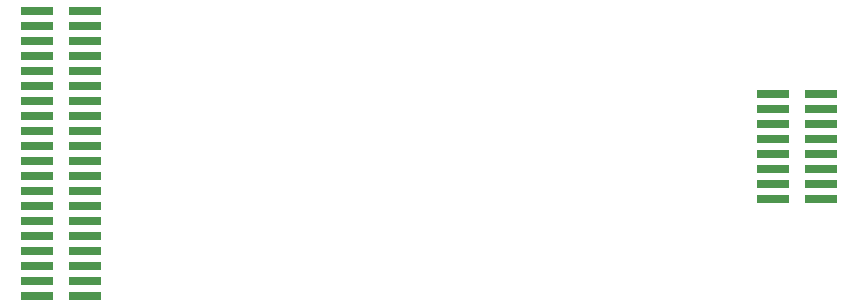
<source format=gbr>
G04 EAGLE Gerber RS-274X export*
G75*
%MOMM*%
%FSLAX34Y34*%
%LPD*%
%INSolderpaste Bottom*%
%IPPOS*%
%AMOC8*
5,1,8,0,0,1.08239X$1,22.5*%
G01*
%ADD10R,2.790000X0.740000*%


D10*
X817850Y226060D03*
X858550Y226060D03*
X817850Y238760D03*
X858550Y238760D03*
X817850Y251460D03*
X858550Y251460D03*
X817850Y264160D03*
X858550Y264160D03*
X817850Y276860D03*
X858550Y276860D03*
X817850Y289560D03*
X858550Y289560D03*
X817850Y302260D03*
X858550Y302260D03*
X817850Y314960D03*
X858550Y314960D03*
X194280Y143510D03*
X234980Y143510D03*
X194280Y156210D03*
X234980Y156210D03*
X194280Y168910D03*
X234980Y168910D03*
X194280Y181610D03*
X234980Y181610D03*
X194280Y194310D03*
X234980Y194310D03*
X194280Y207010D03*
X234980Y207010D03*
X194280Y219710D03*
X234980Y219710D03*
X194280Y232410D03*
X234980Y232410D03*
X194280Y245110D03*
X234980Y245110D03*
X194280Y257810D03*
X234980Y257810D03*
X194280Y270510D03*
X234980Y270510D03*
X194280Y283210D03*
X234980Y283210D03*
X194280Y295910D03*
X234980Y295910D03*
X194280Y308610D03*
X234980Y308610D03*
X194280Y321310D03*
X234980Y321310D03*
X194280Y334010D03*
X234980Y334010D03*
X194280Y346710D03*
X234980Y346710D03*
X194280Y359410D03*
X234980Y359410D03*
X194280Y372110D03*
X234980Y372110D03*
X194280Y384810D03*
X234980Y384810D03*
M02*

</source>
